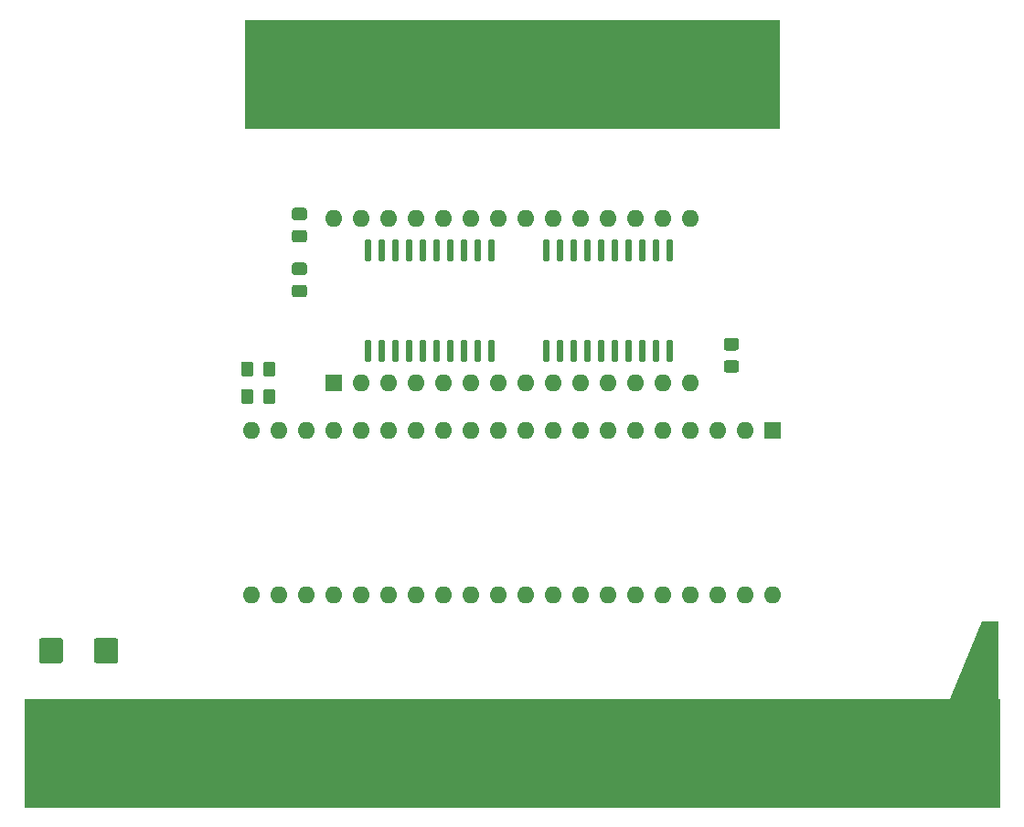
<source format=gbr>
%TF.GenerationSoftware,KiCad,Pcbnew,(5.1.9)-1*%
%TF.CreationDate,2021-06-11T00:57:41-04:00*%
%TF.ProjectId,IEEE488-VIE,49454545-3438-4382-9d56-49452e6b6963,rev?*%
%TF.SameCoordinates,Original*%
%TF.FileFunction,Soldermask,Top*%
%TF.FilePolarity,Negative*%
%FSLAX46Y46*%
G04 Gerber Fmt 4.6, Leading zero omitted, Abs format (unit mm)*
G04 Created by KiCad (PCBNEW (5.1.9)-1) date 2021-06-11 00:57:41*
%MOMM*%
%LPD*%
G01*
G04 APERTURE LIST*
%ADD10C,0.100000*%
%ADD11R,2.250000X10.000000*%
%ADD12R,1.600000X1.600000*%
%ADD13O,1.600000X1.600000*%
G04 APERTURE END LIST*
D10*
%TO.C,X1*%
G36*
X104760000Y-123740000D02*
G01*
X194960000Y-123740000D01*
X194960000Y-113790000D01*
X104760000Y-113790000D01*
X104760000Y-123740000D01*
G37*
X104760000Y-123740000D02*
X194960000Y-123740000D01*
X194960000Y-113790000D01*
X104760000Y-113790000D01*
X104760000Y-123740000D01*
%TO.C,MEDGE1*%
G36*
X125120400Y-60811400D02*
G01*
X125120400Y-50880000D01*
X174599600Y-50880000D01*
X174599600Y-60836800D01*
X125120400Y-60811400D01*
G37*
X125120400Y-60811400D02*
X125120400Y-50880000D01*
X174599600Y-50880000D01*
X174599600Y-60836800D01*
X125120400Y-60811400D01*
%TD*%
D11*
%TO.C,X1*%
X187480000Y-118740000D03*
X183520000Y-118740000D03*
X179560000Y-118740000D03*
X175600000Y-118740000D03*
X171640000Y-118740000D03*
X167680000Y-118740000D03*
X163720000Y-118740000D03*
X159760000Y-118740000D03*
X155800000Y-118740000D03*
X151840000Y-118740000D03*
X147880000Y-118740000D03*
X143920000Y-118740000D03*
X139960000Y-118740000D03*
X136000000Y-118740000D03*
X132040000Y-118740000D03*
X128080000Y-118740000D03*
X124120000Y-118740000D03*
X120160000Y-118740000D03*
X116200000Y-118740000D03*
X112240000Y-118740000D03*
D10*
G36*
X194869755Y-106538461D02*
G01*
X194879134Y-106541306D01*
X194887779Y-106545927D01*
X194895355Y-106552145D01*
X194901573Y-106559721D01*
X194906194Y-106568366D01*
X194909039Y-106577745D01*
X194910000Y-106587500D01*
X194910000Y-122716500D01*
X194909961Y-122718467D01*
X194899961Y-122972467D01*
X194898618Y-122982176D01*
X194894233Y-122993811D01*
X194694233Y-123373311D01*
X194688836Y-123381493D01*
X194680219Y-123389835D01*
X194390219Y-123609835D01*
X194381867Y-123614965D01*
X194375425Y-123617561D01*
X194005425Y-123737561D01*
X193995850Y-123739657D01*
X193990000Y-123740000D01*
X190315000Y-123740000D01*
X190315000Y-113740000D01*
X190454164Y-113740000D01*
X193416788Y-106568410D01*
X193421400Y-106559761D01*
X193427611Y-106552178D01*
X193435182Y-106545953D01*
X193443822Y-106541324D01*
X193453199Y-106538470D01*
X193463000Y-106537500D01*
X194860000Y-106537500D01*
X194869755Y-106538461D01*
G37*
%TD*%
D11*
%TO.C,MEDGE1*%
X171640000Y-55880000D03*
X167680000Y-55880000D03*
X163720000Y-55880000D03*
X159760000Y-55880000D03*
X155800000Y-55880000D03*
X151840000Y-55880000D03*
X147880000Y-55880000D03*
X143920000Y-55880000D03*
X139960000Y-55880000D03*
X136000000Y-55880000D03*
X132040000Y-55880000D03*
X128080000Y-55880000D03*
%TD*%
%TO.C,R1*%
G36*
G01*
X124765000Y-83635001D02*
X124765000Y-82734999D01*
G75*
G02*
X125014999Y-82485000I249999J0D01*
G01*
X125665001Y-82485000D01*
G75*
G02*
X125915000Y-82734999I0J-249999D01*
G01*
X125915000Y-83635001D01*
G75*
G02*
X125665001Y-83885000I-249999J0D01*
G01*
X125014999Y-83885000D01*
G75*
G02*
X124765000Y-83635001I0J249999D01*
G01*
G37*
G36*
G01*
X126815000Y-83635001D02*
X126815000Y-82734999D01*
G75*
G02*
X127064999Y-82485000I249999J0D01*
G01*
X127715001Y-82485000D01*
G75*
G02*
X127965000Y-82734999I0J-249999D01*
G01*
X127965000Y-83635001D01*
G75*
G02*
X127715001Y-83885000I-249999J0D01*
G01*
X127064999Y-83885000D01*
G75*
G02*
X126815000Y-83635001I0J249999D01*
G01*
G37*
%TD*%
D12*
%TO.C,U1*%
X133350000Y-84455000D03*
D13*
X166370000Y-69215000D03*
X135890000Y-84455000D03*
X163830000Y-69215000D03*
X138430000Y-84455000D03*
X161290000Y-69215000D03*
X140970000Y-84455000D03*
X158750000Y-69215000D03*
X143510000Y-84455000D03*
X156210000Y-69215000D03*
X146050000Y-84455000D03*
X153670000Y-69215000D03*
X148590000Y-84455000D03*
X151130000Y-69215000D03*
X151130000Y-84455000D03*
X148590000Y-69215000D03*
X153670000Y-84455000D03*
X146050000Y-69215000D03*
X156210000Y-84455000D03*
X143510000Y-69215000D03*
X158750000Y-84455000D03*
X140970000Y-69215000D03*
X161290000Y-84455000D03*
X138430000Y-69215000D03*
X163830000Y-84455000D03*
X135890000Y-69215000D03*
X166370000Y-84455000D03*
X133350000Y-69215000D03*
%TD*%
D12*
%TO.C,U2*%
X173990000Y-88900000D03*
D13*
X125730000Y-104140000D03*
X171450000Y-88900000D03*
X128270000Y-104140000D03*
X168910000Y-88900000D03*
X130810000Y-104140000D03*
X166370000Y-88900000D03*
X133350000Y-104140000D03*
X163830000Y-88900000D03*
X135890000Y-104140000D03*
X161290000Y-88900000D03*
X138430000Y-104140000D03*
X158750000Y-88900000D03*
X140970000Y-104140000D03*
X156210000Y-88900000D03*
X143510000Y-104140000D03*
X153670000Y-88900000D03*
X146050000Y-104140000D03*
X151130000Y-88900000D03*
X148590000Y-104140000D03*
X148590000Y-88900000D03*
X151130000Y-104140000D03*
X146050000Y-88900000D03*
X153670000Y-104140000D03*
X143510000Y-88900000D03*
X156210000Y-104140000D03*
X140970000Y-88900000D03*
X158750000Y-104140000D03*
X138430000Y-88900000D03*
X161290000Y-104140000D03*
X135890000Y-88900000D03*
X163830000Y-104140000D03*
X133350000Y-88900000D03*
X166370000Y-104140000D03*
X130810000Y-88900000D03*
X168910000Y-104140000D03*
X128270000Y-88900000D03*
X171450000Y-104140000D03*
X125730000Y-88900000D03*
X173990000Y-104140000D03*
%TD*%
%TO.C,U3*%
G36*
G01*
X164315000Y-71160000D02*
X164615000Y-71160000D01*
G75*
G02*
X164765000Y-71310000I0J-150000D01*
G01*
X164765000Y-73060000D01*
G75*
G02*
X164615000Y-73210000I-150000J0D01*
G01*
X164315000Y-73210000D01*
G75*
G02*
X164165000Y-73060000I0J150000D01*
G01*
X164165000Y-71310000D01*
G75*
G02*
X164315000Y-71160000I150000J0D01*
G01*
G37*
G36*
G01*
X163045000Y-71160000D02*
X163345000Y-71160000D01*
G75*
G02*
X163495000Y-71310000I0J-150000D01*
G01*
X163495000Y-73060000D01*
G75*
G02*
X163345000Y-73210000I-150000J0D01*
G01*
X163045000Y-73210000D01*
G75*
G02*
X162895000Y-73060000I0J150000D01*
G01*
X162895000Y-71310000D01*
G75*
G02*
X163045000Y-71160000I150000J0D01*
G01*
G37*
G36*
G01*
X161775000Y-71160000D02*
X162075000Y-71160000D01*
G75*
G02*
X162225000Y-71310000I0J-150000D01*
G01*
X162225000Y-73060000D01*
G75*
G02*
X162075000Y-73210000I-150000J0D01*
G01*
X161775000Y-73210000D01*
G75*
G02*
X161625000Y-73060000I0J150000D01*
G01*
X161625000Y-71310000D01*
G75*
G02*
X161775000Y-71160000I150000J0D01*
G01*
G37*
G36*
G01*
X160505000Y-71160000D02*
X160805000Y-71160000D01*
G75*
G02*
X160955000Y-71310000I0J-150000D01*
G01*
X160955000Y-73060000D01*
G75*
G02*
X160805000Y-73210000I-150000J0D01*
G01*
X160505000Y-73210000D01*
G75*
G02*
X160355000Y-73060000I0J150000D01*
G01*
X160355000Y-71310000D01*
G75*
G02*
X160505000Y-71160000I150000J0D01*
G01*
G37*
G36*
G01*
X159235000Y-71160000D02*
X159535000Y-71160000D01*
G75*
G02*
X159685000Y-71310000I0J-150000D01*
G01*
X159685000Y-73060000D01*
G75*
G02*
X159535000Y-73210000I-150000J0D01*
G01*
X159235000Y-73210000D01*
G75*
G02*
X159085000Y-73060000I0J150000D01*
G01*
X159085000Y-71310000D01*
G75*
G02*
X159235000Y-71160000I150000J0D01*
G01*
G37*
G36*
G01*
X157965000Y-71160000D02*
X158265000Y-71160000D01*
G75*
G02*
X158415000Y-71310000I0J-150000D01*
G01*
X158415000Y-73060000D01*
G75*
G02*
X158265000Y-73210000I-150000J0D01*
G01*
X157965000Y-73210000D01*
G75*
G02*
X157815000Y-73060000I0J150000D01*
G01*
X157815000Y-71310000D01*
G75*
G02*
X157965000Y-71160000I150000J0D01*
G01*
G37*
G36*
G01*
X156695000Y-71160000D02*
X156995000Y-71160000D01*
G75*
G02*
X157145000Y-71310000I0J-150000D01*
G01*
X157145000Y-73060000D01*
G75*
G02*
X156995000Y-73210000I-150000J0D01*
G01*
X156695000Y-73210000D01*
G75*
G02*
X156545000Y-73060000I0J150000D01*
G01*
X156545000Y-71310000D01*
G75*
G02*
X156695000Y-71160000I150000J0D01*
G01*
G37*
G36*
G01*
X155425000Y-71160000D02*
X155725000Y-71160000D01*
G75*
G02*
X155875000Y-71310000I0J-150000D01*
G01*
X155875000Y-73060000D01*
G75*
G02*
X155725000Y-73210000I-150000J0D01*
G01*
X155425000Y-73210000D01*
G75*
G02*
X155275000Y-73060000I0J150000D01*
G01*
X155275000Y-71310000D01*
G75*
G02*
X155425000Y-71160000I150000J0D01*
G01*
G37*
G36*
G01*
X154155000Y-71160000D02*
X154455000Y-71160000D01*
G75*
G02*
X154605000Y-71310000I0J-150000D01*
G01*
X154605000Y-73060000D01*
G75*
G02*
X154455000Y-73210000I-150000J0D01*
G01*
X154155000Y-73210000D01*
G75*
G02*
X154005000Y-73060000I0J150000D01*
G01*
X154005000Y-71310000D01*
G75*
G02*
X154155000Y-71160000I150000J0D01*
G01*
G37*
G36*
G01*
X152885000Y-71160000D02*
X153185000Y-71160000D01*
G75*
G02*
X153335000Y-71310000I0J-150000D01*
G01*
X153335000Y-73060000D01*
G75*
G02*
X153185000Y-73210000I-150000J0D01*
G01*
X152885000Y-73210000D01*
G75*
G02*
X152735000Y-73060000I0J150000D01*
G01*
X152735000Y-71310000D01*
G75*
G02*
X152885000Y-71160000I150000J0D01*
G01*
G37*
G36*
G01*
X152885000Y-80460000D02*
X153185000Y-80460000D01*
G75*
G02*
X153335000Y-80610000I0J-150000D01*
G01*
X153335000Y-82360000D01*
G75*
G02*
X153185000Y-82510000I-150000J0D01*
G01*
X152885000Y-82510000D01*
G75*
G02*
X152735000Y-82360000I0J150000D01*
G01*
X152735000Y-80610000D01*
G75*
G02*
X152885000Y-80460000I150000J0D01*
G01*
G37*
G36*
G01*
X154155000Y-80460000D02*
X154455000Y-80460000D01*
G75*
G02*
X154605000Y-80610000I0J-150000D01*
G01*
X154605000Y-82360000D01*
G75*
G02*
X154455000Y-82510000I-150000J0D01*
G01*
X154155000Y-82510000D01*
G75*
G02*
X154005000Y-82360000I0J150000D01*
G01*
X154005000Y-80610000D01*
G75*
G02*
X154155000Y-80460000I150000J0D01*
G01*
G37*
G36*
G01*
X155425000Y-80460000D02*
X155725000Y-80460000D01*
G75*
G02*
X155875000Y-80610000I0J-150000D01*
G01*
X155875000Y-82360000D01*
G75*
G02*
X155725000Y-82510000I-150000J0D01*
G01*
X155425000Y-82510000D01*
G75*
G02*
X155275000Y-82360000I0J150000D01*
G01*
X155275000Y-80610000D01*
G75*
G02*
X155425000Y-80460000I150000J0D01*
G01*
G37*
G36*
G01*
X156695000Y-80460000D02*
X156995000Y-80460000D01*
G75*
G02*
X157145000Y-80610000I0J-150000D01*
G01*
X157145000Y-82360000D01*
G75*
G02*
X156995000Y-82510000I-150000J0D01*
G01*
X156695000Y-82510000D01*
G75*
G02*
X156545000Y-82360000I0J150000D01*
G01*
X156545000Y-80610000D01*
G75*
G02*
X156695000Y-80460000I150000J0D01*
G01*
G37*
G36*
G01*
X157965000Y-80460000D02*
X158265000Y-80460000D01*
G75*
G02*
X158415000Y-80610000I0J-150000D01*
G01*
X158415000Y-82360000D01*
G75*
G02*
X158265000Y-82510000I-150000J0D01*
G01*
X157965000Y-82510000D01*
G75*
G02*
X157815000Y-82360000I0J150000D01*
G01*
X157815000Y-80610000D01*
G75*
G02*
X157965000Y-80460000I150000J0D01*
G01*
G37*
G36*
G01*
X159235000Y-80460000D02*
X159535000Y-80460000D01*
G75*
G02*
X159685000Y-80610000I0J-150000D01*
G01*
X159685000Y-82360000D01*
G75*
G02*
X159535000Y-82510000I-150000J0D01*
G01*
X159235000Y-82510000D01*
G75*
G02*
X159085000Y-82360000I0J150000D01*
G01*
X159085000Y-80610000D01*
G75*
G02*
X159235000Y-80460000I150000J0D01*
G01*
G37*
G36*
G01*
X160505000Y-80460000D02*
X160805000Y-80460000D01*
G75*
G02*
X160955000Y-80610000I0J-150000D01*
G01*
X160955000Y-82360000D01*
G75*
G02*
X160805000Y-82510000I-150000J0D01*
G01*
X160505000Y-82510000D01*
G75*
G02*
X160355000Y-82360000I0J150000D01*
G01*
X160355000Y-80610000D01*
G75*
G02*
X160505000Y-80460000I150000J0D01*
G01*
G37*
G36*
G01*
X161775000Y-80460000D02*
X162075000Y-80460000D01*
G75*
G02*
X162225000Y-80610000I0J-150000D01*
G01*
X162225000Y-82360000D01*
G75*
G02*
X162075000Y-82510000I-150000J0D01*
G01*
X161775000Y-82510000D01*
G75*
G02*
X161625000Y-82360000I0J150000D01*
G01*
X161625000Y-80610000D01*
G75*
G02*
X161775000Y-80460000I150000J0D01*
G01*
G37*
G36*
G01*
X163045000Y-80460000D02*
X163345000Y-80460000D01*
G75*
G02*
X163495000Y-80610000I0J-150000D01*
G01*
X163495000Y-82360000D01*
G75*
G02*
X163345000Y-82510000I-150000J0D01*
G01*
X163045000Y-82510000D01*
G75*
G02*
X162895000Y-82360000I0J150000D01*
G01*
X162895000Y-80610000D01*
G75*
G02*
X163045000Y-80460000I150000J0D01*
G01*
G37*
G36*
G01*
X164315000Y-80460000D02*
X164615000Y-80460000D01*
G75*
G02*
X164765000Y-80610000I0J-150000D01*
G01*
X164765000Y-82360000D01*
G75*
G02*
X164615000Y-82510000I-150000J0D01*
G01*
X164315000Y-82510000D01*
G75*
G02*
X164165000Y-82360000I0J150000D01*
G01*
X164165000Y-80610000D01*
G75*
G02*
X164315000Y-80460000I150000J0D01*
G01*
G37*
%TD*%
%TO.C,U4*%
G36*
G01*
X136675000Y-73210000D02*
X136375000Y-73210000D01*
G75*
G02*
X136225000Y-73060000I0J150000D01*
G01*
X136225000Y-71310000D01*
G75*
G02*
X136375000Y-71160000I150000J0D01*
G01*
X136675000Y-71160000D01*
G75*
G02*
X136825000Y-71310000I0J-150000D01*
G01*
X136825000Y-73060000D01*
G75*
G02*
X136675000Y-73210000I-150000J0D01*
G01*
G37*
G36*
G01*
X137945000Y-73210000D02*
X137645000Y-73210000D01*
G75*
G02*
X137495000Y-73060000I0J150000D01*
G01*
X137495000Y-71310000D01*
G75*
G02*
X137645000Y-71160000I150000J0D01*
G01*
X137945000Y-71160000D01*
G75*
G02*
X138095000Y-71310000I0J-150000D01*
G01*
X138095000Y-73060000D01*
G75*
G02*
X137945000Y-73210000I-150000J0D01*
G01*
G37*
G36*
G01*
X139215000Y-73210000D02*
X138915000Y-73210000D01*
G75*
G02*
X138765000Y-73060000I0J150000D01*
G01*
X138765000Y-71310000D01*
G75*
G02*
X138915000Y-71160000I150000J0D01*
G01*
X139215000Y-71160000D01*
G75*
G02*
X139365000Y-71310000I0J-150000D01*
G01*
X139365000Y-73060000D01*
G75*
G02*
X139215000Y-73210000I-150000J0D01*
G01*
G37*
G36*
G01*
X140485000Y-73210000D02*
X140185000Y-73210000D01*
G75*
G02*
X140035000Y-73060000I0J150000D01*
G01*
X140035000Y-71310000D01*
G75*
G02*
X140185000Y-71160000I150000J0D01*
G01*
X140485000Y-71160000D01*
G75*
G02*
X140635000Y-71310000I0J-150000D01*
G01*
X140635000Y-73060000D01*
G75*
G02*
X140485000Y-73210000I-150000J0D01*
G01*
G37*
G36*
G01*
X141755000Y-73210000D02*
X141455000Y-73210000D01*
G75*
G02*
X141305000Y-73060000I0J150000D01*
G01*
X141305000Y-71310000D01*
G75*
G02*
X141455000Y-71160000I150000J0D01*
G01*
X141755000Y-71160000D01*
G75*
G02*
X141905000Y-71310000I0J-150000D01*
G01*
X141905000Y-73060000D01*
G75*
G02*
X141755000Y-73210000I-150000J0D01*
G01*
G37*
G36*
G01*
X143025000Y-73210000D02*
X142725000Y-73210000D01*
G75*
G02*
X142575000Y-73060000I0J150000D01*
G01*
X142575000Y-71310000D01*
G75*
G02*
X142725000Y-71160000I150000J0D01*
G01*
X143025000Y-71160000D01*
G75*
G02*
X143175000Y-71310000I0J-150000D01*
G01*
X143175000Y-73060000D01*
G75*
G02*
X143025000Y-73210000I-150000J0D01*
G01*
G37*
G36*
G01*
X144295000Y-73210000D02*
X143995000Y-73210000D01*
G75*
G02*
X143845000Y-73060000I0J150000D01*
G01*
X143845000Y-71310000D01*
G75*
G02*
X143995000Y-71160000I150000J0D01*
G01*
X144295000Y-71160000D01*
G75*
G02*
X144445000Y-71310000I0J-150000D01*
G01*
X144445000Y-73060000D01*
G75*
G02*
X144295000Y-73210000I-150000J0D01*
G01*
G37*
G36*
G01*
X145565000Y-73210000D02*
X145265000Y-73210000D01*
G75*
G02*
X145115000Y-73060000I0J150000D01*
G01*
X145115000Y-71310000D01*
G75*
G02*
X145265000Y-71160000I150000J0D01*
G01*
X145565000Y-71160000D01*
G75*
G02*
X145715000Y-71310000I0J-150000D01*
G01*
X145715000Y-73060000D01*
G75*
G02*
X145565000Y-73210000I-150000J0D01*
G01*
G37*
G36*
G01*
X146835000Y-73210000D02*
X146535000Y-73210000D01*
G75*
G02*
X146385000Y-73060000I0J150000D01*
G01*
X146385000Y-71310000D01*
G75*
G02*
X146535000Y-71160000I150000J0D01*
G01*
X146835000Y-71160000D01*
G75*
G02*
X146985000Y-71310000I0J-150000D01*
G01*
X146985000Y-73060000D01*
G75*
G02*
X146835000Y-73210000I-150000J0D01*
G01*
G37*
G36*
G01*
X148105000Y-73210000D02*
X147805000Y-73210000D01*
G75*
G02*
X147655000Y-73060000I0J150000D01*
G01*
X147655000Y-71310000D01*
G75*
G02*
X147805000Y-71160000I150000J0D01*
G01*
X148105000Y-71160000D01*
G75*
G02*
X148255000Y-71310000I0J-150000D01*
G01*
X148255000Y-73060000D01*
G75*
G02*
X148105000Y-73210000I-150000J0D01*
G01*
G37*
G36*
G01*
X148105000Y-82510000D02*
X147805000Y-82510000D01*
G75*
G02*
X147655000Y-82360000I0J150000D01*
G01*
X147655000Y-80610000D01*
G75*
G02*
X147805000Y-80460000I150000J0D01*
G01*
X148105000Y-80460000D01*
G75*
G02*
X148255000Y-80610000I0J-150000D01*
G01*
X148255000Y-82360000D01*
G75*
G02*
X148105000Y-82510000I-150000J0D01*
G01*
G37*
G36*
G01*
X146835000Y-82510000D02*
X146535000Y-82510000D01*
G75*
G02*
X146385000Y-82360000I0J150000D01*
G01*
X146385000Y-80610000D01*
G75*
G02*
X146535000Y-80460000I150000J0D01*
G01*
X146835000Y-80460000D01*
G75*
G02*
X146985000Y-80610000I0J-150000D01*
G01*
X146985000Y-82360000D01*
G75*
G02*
X146835000Y-82510000I-150000J0D01*
G01*
G37*
G36*
G01*
X145565000Y-82510000D02*
X145265000Y-82510000D01*
G75*
G02*
X145115000Y-82360000I0J150000D01*
G01*
X145115000Y-80610000D01*
G75*
G02*
X145265000Y-80460000I150000J0D01*
G01*
X145565000Y-80460000D01*
G75*
G02*
X145715000Y-80610000I0J-150000D01*
G01*
X145715000Y-82360000D01*
G75*
G02*
X145565000Y-82510000I-150000J0D01*
G01*
G37*
G36*
G01*
X144295000Y-82510000D02*
X143995000Y-82510000D01*
G75*
G02*
X143845000Y-82360000I0J150000D01*
G01*
X143845000Y-80610000D01*
G75*
G02*
X143995000Y-80460000I150000J0D01*
G01*
X144295000Y-80460000D01*
G75*
G02*
X144445000Y-80610000I0J-150000D01*
G01*
X144445000Y-82360000D01*
G75*
G02*
X144295000Y-82510000I-150000J0D01*
G01*
G37*
G36*
G01*
X143025000Y-82510000D02*
X142725000Y-82510000D01*
G75*
G02*
X142575000Y-82360000I0J150000D01*
G01*
X142575000Y-80610000D01*
G75*
G02*
X142725000Y-80460000I150000J0D01*
G01*
X143025000Y-80460000D01*
G75*
G02*
X143175000Y-80610000I0J-150000D01*
G01*
X143175000Y-82360000D01*
G75*
G02*
X143025000Y-82510000I-150000J0D01*
G01*
G37*
G36*
G01*
X141755000Y-82510000D02*
X141455000Y-82510000D01*
G75*
G02*
X141305000Y-82360000I0J150000D01*
G01*
X141305000Y-80610000D01*
G75*
G02*
X141455000Y-80460000I150000J0D01*
G01*
X141755000Y-80460000D01*
G75*
G02*
X141905000Y-80610000I0J-150000D01*
G01*
X141905000Y-82360000D01*
G75*
G02*
X141755000Y-82510000I-150000J0D01*
G01*
G37*
G36*
G01*
X140485000Y-82510000D02*
X140185000Y-82510000D01*
G75*
G02*
X140035000Y-82360000I0J150000D01*
G01*
X140035000Y-80610000D01*
G75*
G02*
X140185000Y-80460000I150000J0D01*
G01*
X140485000Y-80460000D01*
G75*
G02*
X140635000Y-80610000I0J-150000D01*
G01*
X140635000Y-82360000D01*
G75*
G02*
X140485000Y-82510000I-150000J0D01*
G01*
G37*
G36*
G01*
X139215000Y-82510000D02*
X138915000Y-82510000D01*
G75*
G02*
X138765000Y-82360000I0J150000D01*
G01*
X138765000Y-80610000D01*
G75*
G02*
X138915000Y-80460000I150000J0D01*
G01*
X139215000Y-80460000D01*
G75*
G02*
X139365000Y-80610000I0J-150000D01*
G01*
X139365000Y-82360000D01*
G75*
G02*
X139215000Y-82510000I-150000J0D01*
G01*
G37*
G36*
G01*
X137945000Y-82510000D02*
X137645000Y-82510000D01*
G75*
G02*
X137495000Y-82360000I0J150000D01*
G01*
X137495000Y-80610000D01*
G75*
G02*
X137645000Y-80460000I150000J0D01*
G01*
X137945000Y-80460000D01*
G75*
G02*
X138095000Y-80610000I0J-150000D01*
G01*
X138095000Y-82360000D01*
G75*
G02*
X137945000Y-82510000I-150000J0D01*
G01*
G37*
G36*
G01*
X136675000Y-82510000D02*
X136375000Y-82510000D01*
G75*
G02*
X136225000Y-82360000I0J150000D01*
G01*
X136225000Y-80610000D01*
G75*
G02*
X136375000Y-80460000I150000J0D01*
G01*
X136675000Y-80460000D01*
G75*
G02*
X136825000Y-80610000I0J-150000D01*
G01*
X136825000Y-82360000D01*
G75*
G02*
X136675000Y-82510000I-150000J0D01*
G01*
G37*
%TD*%
%TO.C,C1*%
G36*
G01*
X113403000Y-108358499D02*
X113403000Y-110208501D01*
G75*
G02*
X113153001Y-110458500I-249999J0D01*
G01*
X111402999Y-110458500D01*
G75*
G02*
X111153000Y-110208501I0J249999D01*
G01*
X111153000Y-108358499D01*
G75*
G02*
X111402999Y-108108500I249999J0D01*
G01*
X113153001Y-108108500D01*
G75*
G02*
X113403000Y-108358499I0J-249999D01*
G01*
G37*
G36*
G01*
X108303000Y-108358499D02*
X108303000Y-110208501D01*
G75*
G02*
X108053001Y-110458500I-249999J0D01*
G01*
X106302999Y-110458500D01*
G75*
G02*
X106053000Y-110208501I0J249999D01*
G01*
X106053000Y-108358499D01*
G75*
G02*
X106302999Y-108108500I249999J0D01*
G01*
X108053001Y-108108500D01*
G75*
G02*
X108303000Y-108358499I0J-249999D01*
G01*
G37*
%TD*%
%TO.C,C2*%
G36*
G01*
X124765000Y-86175001D02*
X124765000Y-85274999D01*
G75*
G02*
X125014999Y-85025000I249999J0D01*
G01*
X125665001Y-85025000D01*
G75*
G02*
X125915000Y-85274999I0J-249999D01*
G01*
X125915000Y-86175001D01*
G75*
G02*
X125665001Y-86425000I-249999J0D01*
G01*
X125014999Y-86425000D01*
G75*
G02*
X124765000Y-86175001I0J249999D01*
G01*
G37*
G36*
G01*
X126815000Y-86175001D02*
X126815000Y-85274999D01*
G75*
G02*
X127064999Y-85025000I249999J0D01*
G01*
X127715001Y-85025000D01*
G75*
G02*
X127965000Y-85274999I0J-249999D01*
G01*
X127965000Y-86175001D01*
G75*
G02*
X127715001Y-86425000I-249999J0D01*
G01*
X127064999Y-86425000D01*
G75*
G02*
X126815000Y-86175001I0J249999D01*
G01*
G37*
%TD*%
%TO.C,C3*%
G36*
G01*
X129724999Y-75380000D02*
X130625001Y-75380000D01*
G75*
G02*
X130875000Y-75629999I0J-249999D01*
G01*
X130875000Y-76280001D01*
G75*
G02*
X130625001Y-76530000I-249999J0D01*
G01*
X129724999Y-76530000D01*
G75*
G02*
X129475000Y-76280001I0J249999D01*
G01*
X129475000Y-75629999D01*
G75*
G02*
X129724999Y-75380000I249999J0D01*
G01*
G37*
G36*
G01*
X129724999Y-73330000D02*
X130625001Y-73330000D01*
G75*
G02*
X130875000Y-73579999I0J-249999D01*
G01*
X130875000Y-74230001D01*
G75*
G02*
X130625001Y-74480000I-249999J0D01*
G01*
X129724999Y-74480000D01*
G75*
G02*
X129475000Y-74230001I0J249999D01*
G01*
X129475000Y-73579999D01*
G75*
G02*
X129724999Y-73330000I249999J0D01*
G01*
G37*
%TD*%
%TO.C,C4*%
G36*
G01*
X169729999Y-80315000D02*
X170630001Y-80315000D01*
G75*
G02*
X170880000Y-80564999I0J-249999D01*
G01*
X170880000Y-81215001D01*
G75*
G02*
X170630001Y-81465000I-249999J0D01*
G01*
X169729999Y-81465000D01*
G75*
G02*
X169480000Y-81215001I0J249999D01*
G01*
X169480000Y-80564999D01*
G75*
G02*
X169729999Y-80315000I249999J0D01*
G01*
G37*
G36*
G01*
X169729999Y-82365000D02*
X170630001Y-82365000D01*
G75*
G02*
X170880000Y-82614999I0J-249999D01*
G01*
X170880000Y-83265001D01*
G75*
G02*
X170630001Y-83515000I-249999J0D01*
G01*
X169729999Y-83515000D01*
G75*
G02*
X169480000Y-83265001I0J249999D01*
G01*
X169480000Y-82614999D01*
G75*
G02*
X169729999Y-82365000I249999J0D01*
G01*
G37*
%TD*%
%TO.C,C5*%
G36*
G01*
X129724999Y-70300000D02*
X130625001Y-70300000D01*
G75*
G02*
X130875000Y-70549999I0J-249999D01*
G01*
X130875000Y-71200001D01*
G75*
G02*
X130625001Y-71450000I-249999J0D01*
G01*
X129724999Y-71450000D01*
G75*
G02*
X129475000Y-71200001I0J249999D01*
G01*
X129475000Y-70549999D01*
G75*
G02*
X129724999Y-70300000I249999J0D01*
G01*
G37*
G36*
G01*
X129724999Y-68250000D02*
X130625001Y-68250000D01*
G75*
G02*
X130875000Y-68499999I0J-249999D01*
G01*
X130875000Y-69150001D01*
G75*
G02*
X130625001Y-69400000I-249999J0D01*
G01*
X129724999Y-69400000D01*
G75*
G02*
X129475000Y-69150001I0J249999D01*
G01*
X129475000Y-68499999D01*
G75*
G02*
X129724999Y-68250000I249999J0D01*
G01*
G37*
%TD*%
M02*

</source>
